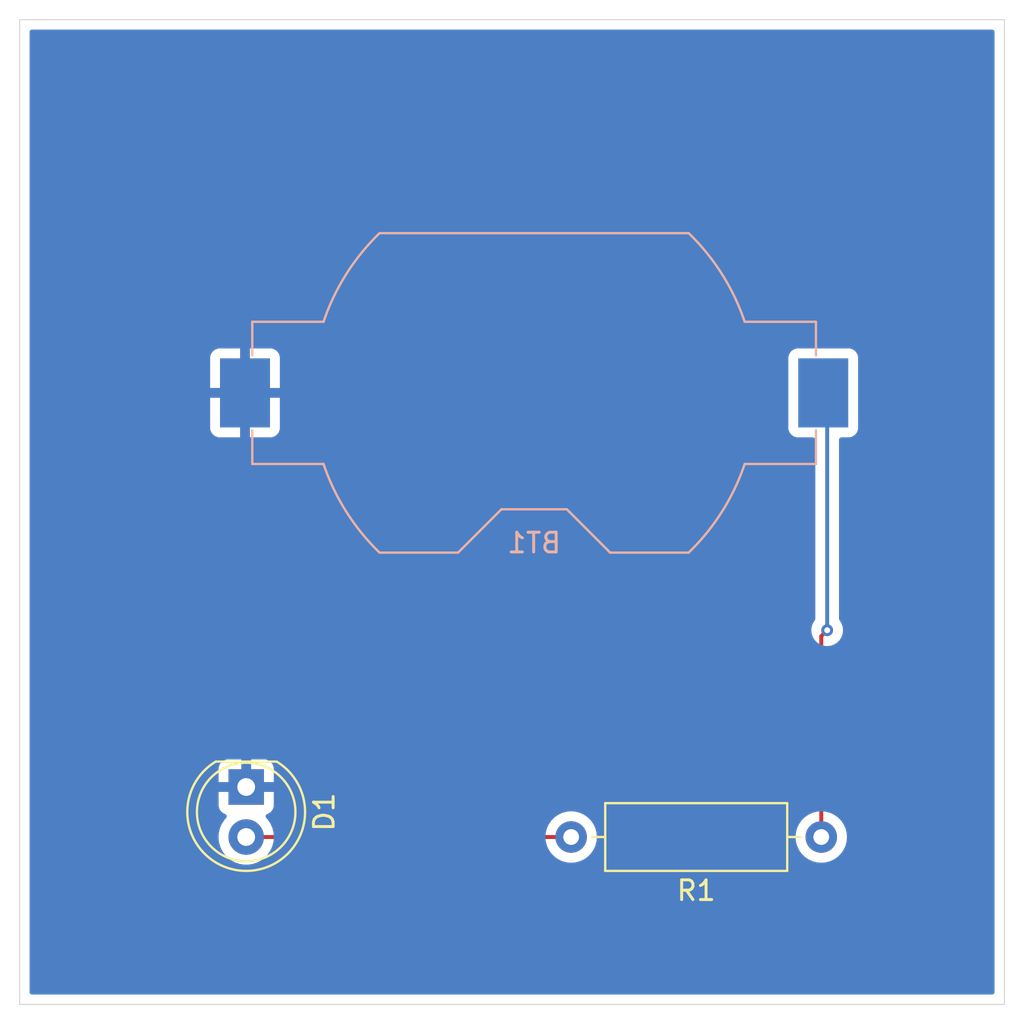
<source format=kicad_pcb>
(kicad_pcb (version 20240108) (generator "pcbnew") (generator_version "8.0")
  (layers (0 "F.Cu" signal) (31 "B.Cu" signal) (34 "B.Paste" user) (35 "F.Paste" user) (36 "B.SilkS" user "B.Silkscreen") (37 "F.SilkS" user "F.Silkscreen") (38 "B.Mask" user) (39 "F.Mask" user) (44 "Edge.Cuts" user))
  (net 0 "")
  (net 1 "VCC")
  (net 2 "GND")
  (net 3 "/led")
  (footprint "Resistor_THT:R_Axial_DIN0309_L9.0mm_D3.2mm_P12.70mm_Horizontal" (layer "F.Cu") (at 190.7 91.5 180)
    (property "Reference" "R1" (at 6.35 -2.72 360) (layer "F.SilkS"))
    (property "Value" "R")
    (fp_line (start 11.66 0) (end 10.97 0) (stroke (width 0.12)) (layer "F.SilkS"))
    (fp_line (start 10.97 1.72) (end 10.97 -1.72) (stroke (width 0.12)) (layer "F.SilkS"))
    (fp_line (start 10.97 -1.72) (end 1.73 -1.72) (stroke (width 0.12)) (layer "F.SilkS"))
    (fp_line (start 1.73 1.72) (end 10.97 1.72) (stroke (width 0.12)) (layer "F.SilkS"))
    (fp_line (start 1.73 -1.72) (end 1.73 1.72) (stroke (width 0.12)) (layer "F.SilkS"))
    (fp_line (start 1.04 0) (end 1.73 0) (stroke (width 0.12)) (layer "F.SilkS"))
    (pad "1" thru_hole circle (at 0 0 180) (size 1.6 1.6) (drill 0.8) (layers "*.Cu" "*.Mask") (net 1 "VCC"))
    (pad "2" thru_hole oval (at 12.7 0 180) (size 1.6 1.6) (drill 0.8) (layers "*.Cu" "*.Mask") (net 3 "/led"))
  )
  (footprint "LED_THT:LED_D5.0mm" (layer "F.Cu") (at 161.5 88.96 -90)
    (property "Reference" "D1" (at 1.27 -3.96 90) (layer "F.SilkS"))
    (property "Value" "LED")
    (fp_line (start -1.29 -1.545) (end -1.29 1.545) (stroke (width 0.12)) (layer "F.SilkS"))
    (fp_arc (start 4.26 0.000048) (mid 2.071756 2.880501) (end -1.29 1.54483) (stroke (width 0.12)) (layer "F.SilkS"))
    (fp_arc (start -1.29 -1.54483) (mid 2.071756 -2.880501) (end 4.26 -0.000048) (stroke (width 0.12)) (layer "F.SilkS"))
    (fp_circle (center 1.27 0) (end 3.77 0) (stroke (width 0.12)) (fill none) (layer "F.SilkS"))
    (pad "1" thru_hole rect (at 0 0 270) (size 1.8 1.8) (drill 0.9) (layers "*.Cu" "*.Mask") (net 2 "GND"))
    (pad "2" thru_hole circle (at 2.54 0 270) (size 1.8 1.8) (drill 0.9) (layers "*.Cu" "*.Mask") (net 3 "/led"))
  )
  (footprint "Battery:BatteryHolder_Keystone_1058_1x2032" (layer "B.Cu") (at 176.12 68.94897 180)
    (property "Reference" "BT1" (at 0 -7.62 0) (layer "B.SilkS") (effects (justify mirror)))
    (property "Value" "Battery_Cell")
    (fp_line (start 14.31 3.61) (end 14.31 1.9) (stroke (width 0.12)) (layer "B.SilkS"))
    (fp_line (start 14.31 3.61) (end 10.692 3.61) (stroke (width 0.12)) (layer "B.SilkS"))
    (fp_line (start 14.31 -3.61) (end 14.31 -1.9) (stroke (width 0.12)) (layer "B.SilkS"))
    (fp_line (start 10.692 -3.61) (end 14.31 -3.61) (stroke (width 0.12)) (layer "B.SilkS"))
    (fp_line (start 7.8473 8.11) (end -7.8473 8.11) (stroke (width 0.12)) (layer "B.SilkS"))
    (fp_line (start 3.86 -8.11) (end 7.8473 -8.11) (stroke (width 0.12)) (layer "B.SilkS"))
    (fp_line (start 3.86 -8.11) (end 1.66 -5.91) (stroke (width 0.12)) (layer "B.SilkS"))
    (fp_line (start -1.66 -5.91) (end 1.66 -5.91) (stroke (width 0.12)) (layer "B.SilkS"))
    (fp_line (start -3.86 -8.11) (end -1.66 -5.91) (stroke (width 0.12)) (layer "B.SilkS"))
    (fp_line (start -7.8473 -8.11) (end -3.86 -8.11) (stroke (width 0.12)) (layer "B.SilkS"))
    (fp_line (start -10.692 3.61) (end -14.31 3.61) (stroke (width 0.12)) (layer "B.SilkS"))
    (fp_line (start -14.31 3.61) (end -14.31 1.9) (stroke (width 0.12)) (layer "B.SilkS"))
    (fp_line (start -14.31 -3.61) (end -10.692 -3.61) (stroke (width 0.12)) (layer "B.SilkS"))
    (fp_line (start -14.31 -3.61) (end -14.31 -1.9) (stroke (width 0.12)) (layer "B.SilkS"))
    (fp_arc (start 10.692 3.61) (mid 9.538084 6.031244) (end 7.845371 8.111789) (stroke (width 0.12)) (layer "B.SilkS"))
    (fp_arc (start 7.845371 -8.111789) (mid 9.538084 -6.031244) (end 10.692 -3.61) (stroke (width 0.12)) (layer "B.SilkS"))
    (fp_arc (start -7.845371 8.111789) (mid -9.538084 6.031244) (end -10.692 3.61) (stroke (width 0.12)) (layer "B.SilkS"))
    (fp_arc (start -10.692 -3.61) (mid -9.538085 -6.031245) (end -7.845371 -8.111789) (stroke (width 0.12)) (layer "B.SilkS"))
    (pad "1" smd rect (at -14.68 0 180) (size 2.54 3.51) (layers "B.Cu" "B.Paste" "B.Mask") (net 1 "VCC"))
    (pad "2" smd rect (at 14.68 0 180) (size 2.54 3.51) (layers "B.Cu" "B.Paste" "B.Mask") (net 2 "GND"))
  )
  (gr_line (start 191 69) (end 191 81) (stroke (width 0.2)) (layer "B.Cu") (net 1))
  (gr_rect (start 150 50) (end 200 100) (stroke (width 0.05)) (fill none) (layer "Edge.Cuts"))
  (segment (start 190.7 91.5) (end 190.7 81.3) (width 0.2) (layer "F.Cu") (net 1))
  (segment (start 190.7 81.3) (end 191 81) (width 0.2) (layer "F.Cu") (net 1))
  (via (at 191 81) (size 0.6) (drill 0.3) (layers "F.Cu" "B.Cu") (net 1))
  (segment (start 161.44 88.9) (end 161.5 88.96) (width 0.2) (layer "B.Cu") (net 2))
  (segment (start 161.44 68.94897) (end 161.44 88.9) (width 0.2) (layer "B.Cu") (net 2))
  (segment (start 161.5 91.5) (end 178 91.5) (width 0.2) (layer "F.Cu") (net 3))
  (zone (net 2) (net_name "GND") (layer "B.Cu") (connect_pads (clearance 0.5)) (min_thickness 0.25) (fill yes (thermal_gap 0.5) (thermal_bridge_width 0.5))
    (polygon (pts (xy 149 49) (xy 149 101) (xy 201 101) (xy 201 49)))
  )
)
</source>
